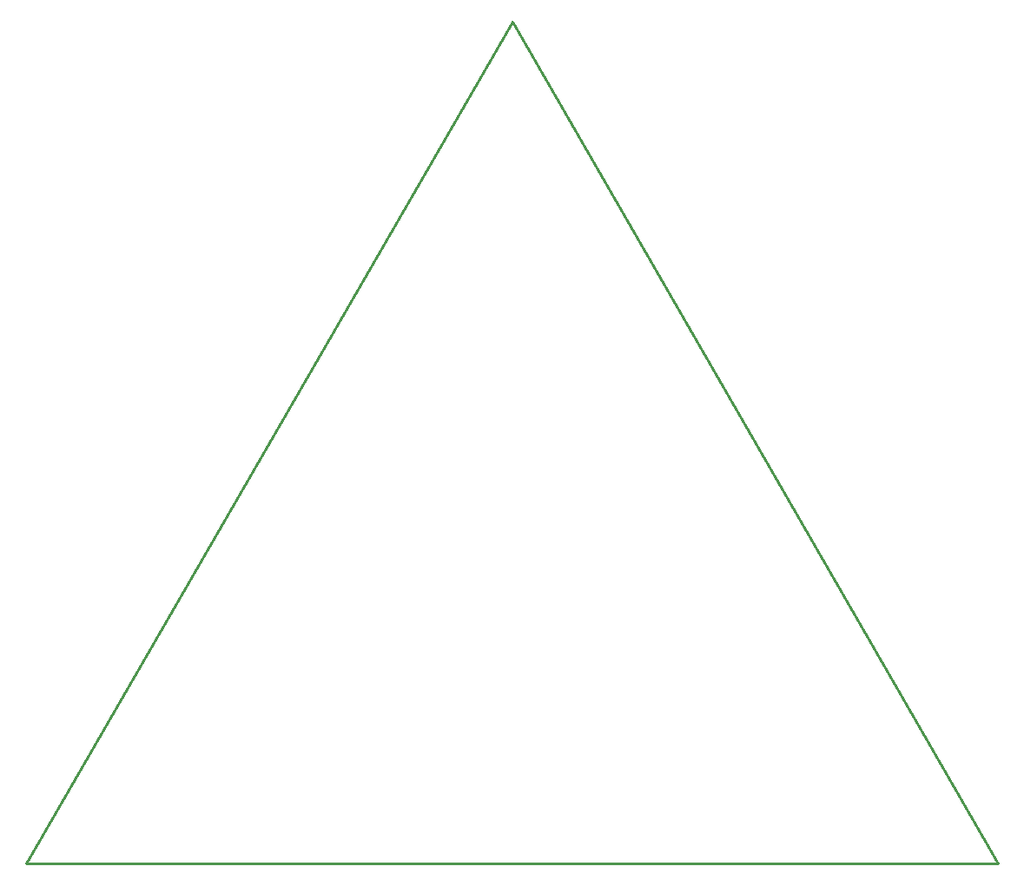
<source format=gm1>
%TF.GenerationSoftware,KiCad,Pcbnew,(6.0.5)*%
%TF.CreationDate,2022-11-29T16:26:00+01:00*%
%TF.ProjectId,sublink,7375626c-696e-46b2-9e6b-696361645f70,rev?*%
%TF.SameCoordinates,Original*%
%TF.FileFunction,Profile,NP*%
%FSLAX46Y46*%
G04 Gerber Fmt 4.6, Leading zero omitted, Abs format (unit mm)*
G04 Created by KiCad (PCBNEW (6.0.5)) date 2022-11-29 16:26:00*
%MOMM*%
%LPD*%
G01*
G04 APERTURE LIST*
%TA.AperFunction,Profile*%
%ADD10C,0.246758*%
%TD*%
G04 APERTURE END LIST*
D10*
X125720003Y-127022525D02*
X173131302Y-44903729D01*
X125720003Y-127022525D02*
X125720003Y-127022525D01*
X220542599Y-127022525D02*
X125720003Y-127022525D01*
X173131302Y-44903729D02*
X220542599Y-127022525D01*
X173131302Y-44903729D02*
X173131302Y-44903729D01*
M02*

</source>
